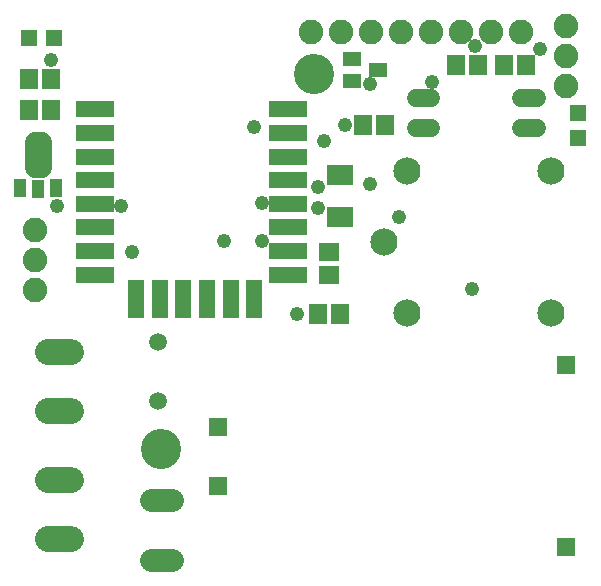
<source format=gts>
G75*
%MOIN*%
%OFA0B0*%
%FSLAX25Y25*%
%IPPOS*%
%LPD*%
%AMOC8*
5,1,8,0,0,1.08239X$1,22.5*
%
%ADD10C,0.13398*%
%ADD11R,0.12611X0.05524*%
%ADD12R,0.05524X0.12611*%
%ADD13C,0.06000*%
%ADD14C,0.05950*%
%ADD15R,0.05950X0.05950*%
%ADD16C,0.09068*%
%ADD17R,0.03950X0.06312*%
%ADD18C,0.06600*%
%ADD19R,0.03937X0.06299*%
%ADD20C,0.08600*%
%ADD21R,0.06312X0.04737*%
%ADD22R,0.09068X0.06706*%
%ADD23R,0.05918X0.06706*%
%ADD24C,0.07800*%
%ADD25R,0.05918X0.07099*%
%ADD26R,0.05524X0.05524*%
%ADD27R,0.07099X0.05918*%
%ADD28C,0.08200*%
%ADD29C,0.04800*%
D10*
X0071333Y0055000D03*
X0122333Y0180000D03*
D11*
X0113723Y0168335D03*
X0113723Y0160461D03*
X0113723Y0152587D03*
X0113723Y0144713D03*
X0113723Y0136839D03*
X0113723Y0128965D03*
X0113723Y0121091D03*
X0113723Y0113217D03*
X0049156Y0113217D03*
X0049156Y0121091D03*
X0049156Y0128965D03*
X0049156Y0136839D03*
X0049156Y0144713D03*
X0049156Y0152587D03*
X0049156Y0160461D03*
X0049156Y0168335D03*
D12*
X0062936Y0104949D03*
X0070810Y0104949D03*
X0078684Y0104949D03*
X0086558Y0104949D03*
X0094432Y0104949D03*
X0102306Y0104949D03*
D13*
X0156133Y0162000D02*
X0161333Y0162000D01*
X0161333Y0172000D02*
X0156133Y0172000D01*
X0191333Y0172000D02*
X0196533Y0172000D01*
X0196533Y0162000D02*
X0191333Y0162000D01*
D14*
X0070333Y0090843D03*
X0070333Y0071157D03*
D15*
X0090388Y0062606D03*
X0090388Y0042921D03*
X0206136Y0022449D03*
X0206136Y0083079D03*
D16*
X0201349Y0100378D03*
X0201349Y0147622D03*
X0153318Y0147622D03*
X0145444Y0124000D03*
X0153318Y0100378D03*
D17*
X0036333Y0142000D03*
X0024333Y0142000D03*
D18*
X0029233Y0148916D02*
X0031433Y0148916D01*
X0029233Y0148916D02*
X0029233Y0157486D01*
X0031433Y0157486D01*
X0031433Y0148916D01*
X0031433Y0155515D02*
X0029233Y0155515D01*
D19*
X0030333Y0141705D03*
D20*
X0033433Y0025200D02*
X0041233Y0025200D01*
X0041233Y0044900D02*
X0033433Y0044900D01*
X0033433Y0067700D02*
X0041233Y0067700D01*
X0041233Y0087400D02*
X0033433Y0087400D01*
D21*
X0135003Y0177760D03*
X0135003Y0185240D03*
X0143664Y0181500D03*
D22*
X0130833Y0146587D03*
X0130833Y0132413D03*
D23*
X0034573Y0168000D03*
X0027093Y0168000D03*
X0027093Y0178500D03*
X0034573Y0178500D03*
D24*
X0067833Y0038000D02*
X0074833Y0038000D01*
X0074833Y0018000D02*
X0067833Y0018000D01*
D25*
X0123593Y0100000D03*
X0131073Y0100000D03*
X0138593Y0163000D03*
X0146073Y0163000D03*
X0169593Y0183000D03*
X0177073Y0183000D03*
X0185593Y0183000D03*
X0193073Y0183000D03*
D26*
X0210333Y0167134D03*
X0210333Y0158866D03*
X0035467Y0192000D03*
X0027199Y0192000D03*
D27*
X0127333Y0120740D03*
X0127333Y0113260D03*
D28*
X0131333Y0194000D03*
X0121333Y0194000D03*
X0141333Y0194000D03*
X0151333Y0194000D03*
X0161333Y0194000D03*
X0171333Y0194000D03*
X0181333Y0194000D03*
X0191333Y0194000D03*
X0206333Y0196000D03*
X0206333Y0186000D03*
X0206333Y0176000D03*
X0029333Y0128000D03*
X0029333Y0118000D03*
X0029333Y0108000D03*
D29*
X0036433Y0136200D03*
X0058033Y0136200D03*
X0061633Y0120900D03*
X0092233Y0124500D03*
X0104833Y0124500D03*
X0104833Y0137100D03*
X0123733Y0135300D03*
X0123733Y0142500D03*
X0125533Y0157800D03*
X0132733Y0163200D03*
X0140833Y0176700D03*
X0161533Y0177600D03*
X0175933Y0189300D03*
X0197533Y0188400D03*
X0140833Y0143400D03*
X0150733Y0132600D03*
X0175033Y0108300D03*
X0116533Y0100200D03*
X0102133Y0162300D03*
X0034633Y0184800D03*
M02*

</source>
